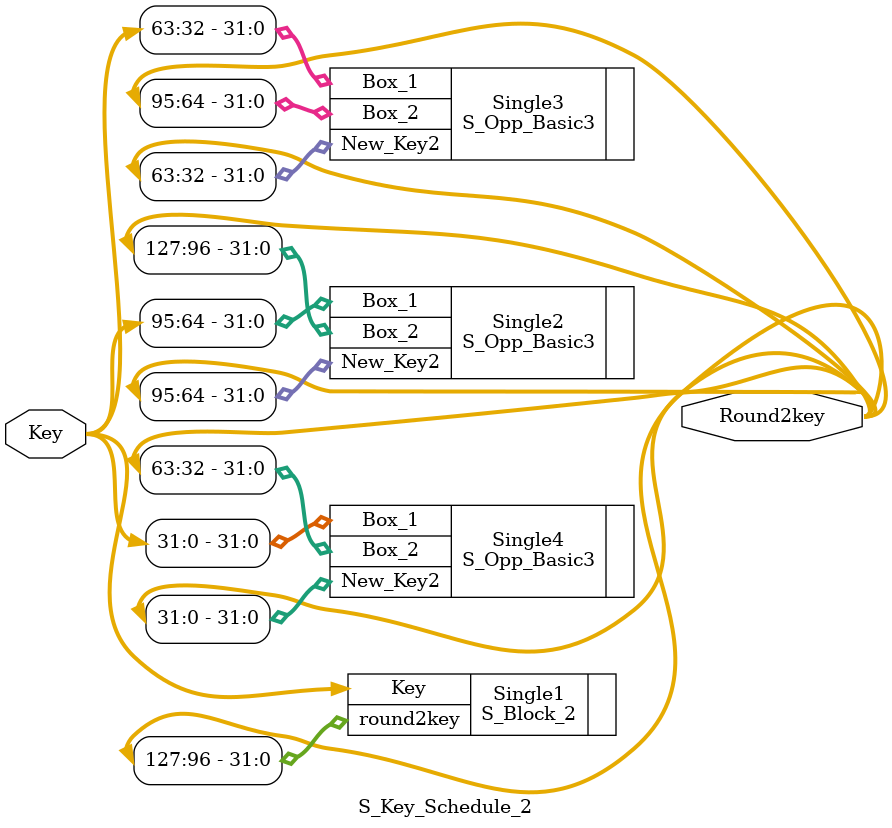
<source format=v>
module S_Key_Schedule_2(Key,Round2key);
  input [127:0]Key;
  output [127:0]Round2key;
  
S_Block_2  Single1 (
                     .Key(Key),                              
                     .round2key(Round2key[127:96])
                    );


S_Opp_Basic3 Single2 (
                       .Box_1(Key[95:64]), 
                       .Box_2(Round2key[127:96]), 
                       .New_Key2(Round2key[95:64])
                      );


S_Opp_Basic3 Single3 (
                       .Box_1(Key[63:32]), 
                       .Box_2(Round2key[95:64]), 
                       .New_Key2(Round2key[63:32])
                       );


S_Opp_Basic3 Single4 (
                       .Box_1(Key[31:0]), 
                       .Box_2(Round2key[63:32]), 
                       .New_Key2(Round2key[31:0])
                       );

endmodule


</source>
